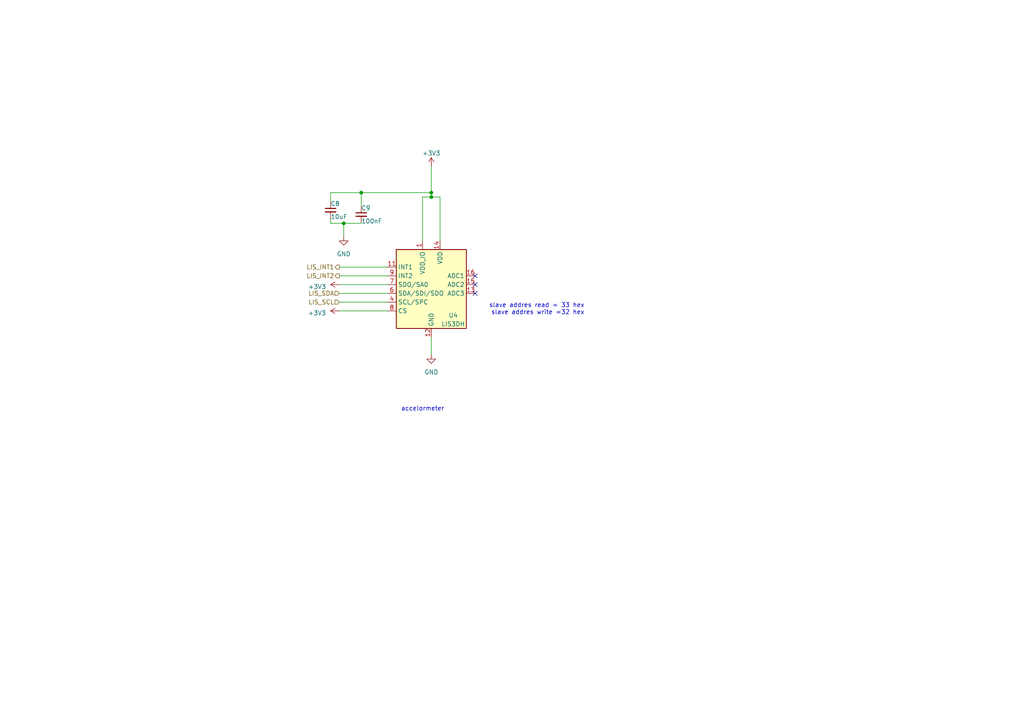
<source format=kicad_sch>
(kicad_sch (version 20210621) (generator eeschema)
  (paper "A4")
  (lib_symbols
    (symbol "Device:C_Small" (pin_numbers hide) (pin_names (offset 0.254) hide)
      (property "Reference" "C" (at 0.254 1.778 0))
      (property "Value" "C_Small" (at 0.254 -2.032 0))
      (symbol "C_Small_0_1"
        (polyline (pts (xy -1.524 -0.508) (xy 1.524 -0.508)) (stroke (width 0.3302)))
        (polyline (pts (xy -1.524 0.508) (xy 1.524 0.508)) (stroke (width 0.3048)))
      )
      (symbol "C_Small_1_1"
        (pin passive line (at 0 2.54 270) (length 2.032) (name "~") (number "1"))
        (pin passive line (at 0 -2.54 90) (length 2.032) (name "~") (number "2"))
      )
    )
    (symbol "Sensor_Motion:LIS3DH"
      (property "Reference" "U" (at -7.62 11.43 0))
      (property "Value" "LIS3DH" (at 6.35 11.43 0))
      (symbol "LIS3DH_0_1"
        (rectangle (start -10.16 10.16) (end 10.16 -12.7) (stroke (width 0.254)) (fill (type background)))
      )
      (symbol "LIS3DH_1_1"
        (pin power_in line (at -2.54 12.7 270) (length 2.54) (name "VDD_IO") (number "1"))
        (pin passive line (at 0 -15.24 90) (length 2.54) hide (name "GND") (number "10"))
        (pin output line (at -12.7 5.08 0) (length 2.54) (name "INT1") (number "11"))
        (pin power_in line (at 0 -15.24 90) (length 2.54) (name "GND") (number "12"))
        (pin input line (at 12.7 -2.54 180) (length 2.54) (name "ADC3") (number "13"))
        (pin power_in line (at 2.54 12.7 270) (length 2.54) (name "VDD") (number "14"))
        (pin input line (at 12.7 0 180) (length 2.54) (name "ADC2") (number "15"))
        (pin input line (at 12.7 2.54 180) (length 2.54) (name "ADC1") (number "16"))
        (pin no_connect line (at 10.16 5.08 180) (length 2.54) hide (name "NC") (number "2"))
        (pin no_connect line (at 10.16 7.62 180) (length 2.54) hide (name "NC") (number "3"))
        (pin input line (at -12.7 -5.08 0) (length 2.54) (name "SCL/SPC") (number "4"))
        (pin passive line (at 0 -15.24 90) (length 2.54) hide (name "GND") (number "5"))
        (pin bidirectional line (at -12.7 -2.54 0) (length 2.54) (name "SDA/SDI/SDO") (number "6"))
        (pin bidirectional line (at -12.7 0 0) (length 2.54) (name "SDO/SA0") (number "7"))
        (pin input line (at -12.7 -7.62 0) (length 2.54) (name "CS") (number "8"))
        (pin output line (at -12.7 2.54 0) (length 2.54) (name "INT2") (number "9"))
      )
    )
    (symbol "power:+3V3" (power) (pin_names (offset 0))
      (property "Value" "+3V3" (at 0 3.556 0))
      (symbol "+3V3_0_1"
        (polyline (pts (xy -0.762 1.27) (xy 0 2.54)))
        (polyline (pts (xy 0 0) (xy 0 2.54)))
        (polyline (pts (xy 0 2.54) (xy 0.762 1.27)))
      )
      (symbol "+3V3_1_1"
        (pin power_in line (at 0 0 90) (length 0) hide (name "+3V3") (number "1"))
      )
    )
    (symbol "power:GND" (power) (pin_names (offset 0))
      (property "Value" "GND" (at 0 -3.81 0))
      (symbol "GND_0_1"
        (polyline (pts (xy 0 0) (xy 0 -1.27) (xy 1.27 -1.27) (xy 0 -2.54) (xy -1.27 -1.27) (xy 0 -1.27)))
      )
      (symbol "GND_1_1"
        (pin power_in line (at 0 0 270) (length 0) hide (name "GND") (number "1"))
      )
    )
  )
  (junction (at 99.695 64.77) (diameter 0.9144))
  (junction (at 104.775 55.88) (diameter 0.9144))
  (junction (at 125.095 55.88) (diameter 0.9144))
  (junction (at 125.095 57.15) (diameter 0.9144))
  (no_connect (at 137.795 80.01))
  (no_connect (at 137.795 82.55))
  (no_connect (at 137.795 85.09))
  (wire (pts (xy 95.885 55.88) (xy 95.885 58.42)))
  (wire (pts (xy 95.885 55.88) (xy 104.775 55.88)))
  (wire (pts (xy 95.885 63.5) (xy 95.885 64.77)))
  (wire (pts (xy 95.885 64.77) (xy 99.695 64.77)))
  (wire (pts (xy 98.425 77.47) (xy 112.395 77.47)))
  (wire (pts (xy 98.425 80.01) (xy 112.395 80.01)))
  (wire (pts (xy 98.425 82.55) (xy 112.395 82.55)))
  (wire (pts (xy 98.425 85.09) (xy 112.395 85.09)))
  (wire (pts (xy 98.425 87.63) (xy 112.395 87.63)))
  (wire (pts (xy 98.425 90.17) (xy 112.395 90.17)))
  (wire (pts (xy 99.695 64.77) (xy 104.775 64.77)))
  (wire (pts (xy 99.695 68.58) (xy 99.695 64.77)))
  (wire (pts (xy 104.775 55.88) (xy 104.775 59.69)))
  (wire (pts (xy 104.775 55.88) (xy 125.095 55.88)))
  (wire (pts (xy 122.555 57.15) (xy 125.095 57.15)))
  (wire (pts (xy 122.555 69.85) (xy 122.555 57.15)))
  (wire (pts (xy 125.095 48.26) (xy 125.095 55.88)))
  (wire (pts (xy 125.095 55.88) (xy 125.095 57.15)))
  (wire (pts (xy 125.095 57.15) (xy 127.635 57.15)))
  (wire (pts (xy 125.095 97.79) (xy 125.095 102.87)))
  (wire (pts (xy 127.635 57.15) (xy 127.635 69.85)))
  (text "accelormeter\n" (at 128.905 119.38 180) (effects (font (size 1.27 1.27)) (justify right bottom)))
  (text "slave addres read = 33 hex\nslave addres write =32 hex" (at 169.545 91.44 0) (effects (font (size 1.27 1.27)) (justify right bottom)))
  (hierarchical_label "LIS_INT1" (shape output) (at 98.425 77.47 180))
  (hierarchical_label "LIS_INT2" (shape output) (at 98.425 80.01 180))
  (hierarchical_label "LIS_SDA" (shape input) (at 98.425 85.09 180))
  (hierarchical_label "LIS_SCL" (shape input) (at 98.425 87.63 180))
  (symbol (lib_id "power:+3V3") (at 98.425 82.55 90) (unit 1)
    (property "Reference" "#PWR0118" (effects hide))
    (property "Value" "+3V3" (at 94.615 83.1849 90) (effects (justify left)))
  )
  (symbol (lib_id "power:+3V3") (at 98.425 90.17 90) (unit 1)
    (property "Reference" "#PWR0119" (effects hide))
    (property "Value" "+3V3" (at 94.615 90.8049 90) (effects (justify left)))
  )
  (symbol (lib_id "power:+3V3") (at 125.095 48.26 0) (unit 1)
    (property "Reference" "#PWR0117" (effects hide))
    (property "Value" "+3V3" (at 125.095 44.45 0))
  )
  (symbol (lib_id "power:GND") (at 99.695 68.58 0) (unit 1)
    (property "Reference" "#PWR0115" (effects hide))
    (property "Value" "GND" (at 99.695 73.66 0))
  )
  (symbol (lib_id "power:GND") (at 125.095 102.87 0) (unit 1)
    (property "Reference" "#PWR0116" (effects hide))
    (property "Value" "GND" (at 125.095 107.95 0))
  )
  (symbol (lib_id "Device:C_Small") (at 95.885 60.96 0) (unit 1)
    (property "Reference" "C8" (at 95.885 59.0549 0) (effects (justify left)))
    (property "Value" "10uF" (at 95.885 62.8649 0) (effects (justify left)))
    (property "Footprint" "vanalles:0603" (effects hide))
  )
  (symbol (lib_id "Device:C_Small") (at 104.775 62.23 0) (unit 1)
    (property "Reference" "C9" (at 104.775 60.3249 0) (effects (justify left)))
    (property "Value" "100nF" (at 104.775 64.1349 0) (effects (justify left)))
    (property "Footprint" "vanalles:0603" (effects hide))
  )
  (symbol (lib_id "Sensor_Motion:LIS3DH") (at 125.095 82.55 0) (unit 1)
    (property "Reference" "U4" (at 131.445 91.44 0))
    (property "Value" "LIS3DH" (at 131.445 93.98 0))
    (property "Footprint" "halfgeleiders:QFN-16_0.5MM" (effects hide))
    (property "Datasheet" "https://www.st.com/resource/en/datasheet/cd00274221.pdf" (effects hide))
  )
)
</source>
